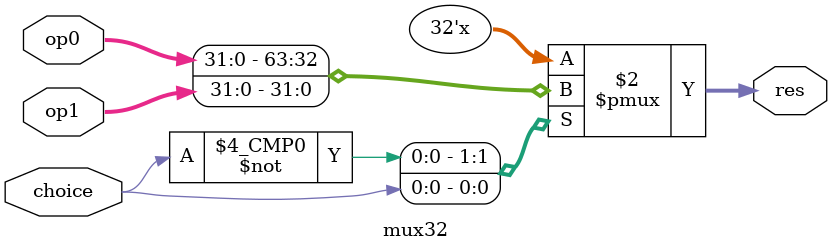
<source format=v>
module mux32 (input [31:0] op0, op1,
			 input choice,
			 output reg[31:0] res);
	
	always @(*) 
	begin
		case (choice)
			0: res = op0;
			1: res = op1;
		endcase
	end
endmodule
</source>
